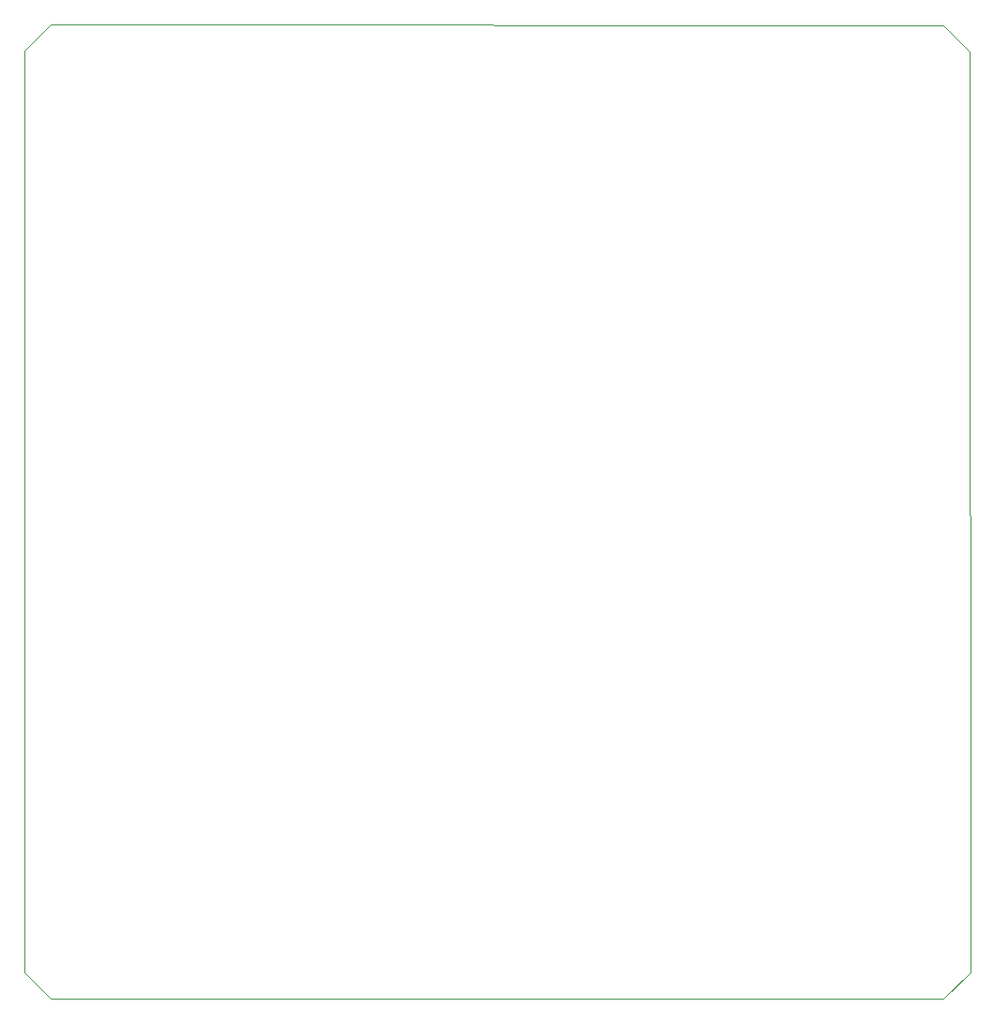
<source format=gbr>
%TF.GenerationSoftware,KiCad,Pcbnew,(6.0.7)*%
%TF.CreationDate,2023-02-23T14:58:51+03:00*%
%TF.ProjectId,Omarichet EPS Stack,4f6d6172-6963-4686-9574-204550532053,rev?*%
%TF.SameCoordinates,Original*%
%TF.FileFunction,Profile,NP*%
%FSLAX46Y46*%
G04 Gerber Fmt 4.6, Leading zero omitted, Abs format (unit mm)*
G04 Created by KiCad (PCBNEW (6.0.7)) date 2023-02-23 14:58:51*
%MOMM*%
%LPD*%
G01*
G04 APERTURE LIST*
%TA.AperFunction,Profile*%
%ADD10C,0.100000*%
%TD*%
G04 APERTURE END LIST*
D10*
X91080000Y-126630000D02*
X91070000Y-43600000D01*
X93460000Y-129040000D02*
X174000000Y-129020000D01*
X93470000Y-41220000D02*
X91070000Y-43600000D01*
X91080000Y-126630000D02*
X93460000Y-129040000D01*
X176400000Y-126620000D02*
X176380000Y-43670000D01*
X173980000Y-41270000D02*
X93470000Y-41220000D01*
X174000000Y-129020000D02*
X176400000Y-126620000D01*
X176380000Y-43670000D02*
X173980000Y-41270000D01*
M02*

</source>
